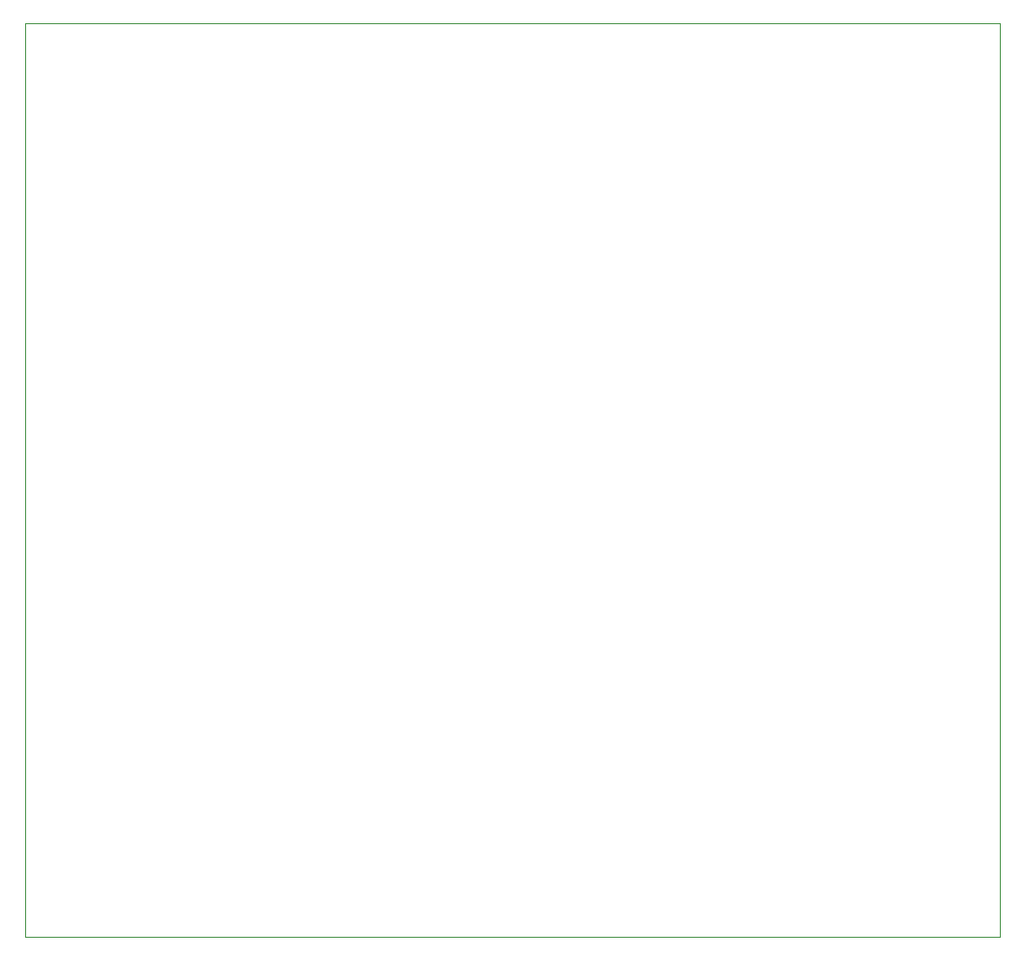
<source format=gbr>
G04 #@! TF.GenerationSoftware,KiCad,Pcbnew,(5.1.5)-3*
G04 #@! TF.CreationDate,2020-03-14T12:37:39-04:00*
G04 #@! TF.ProjectId,CB3,4342332e-6b69-4636-9164-5f7063625858,rev?*
G04 #@! TF.SameCoordinates,Original*
G04 #@! TF.FileFunction,Profile,NP*
%FSLAX46Y46*%
G04 Gerber Fmt 4.6, Leading zero omitted, Abs format (unit mm)*
G04 Created by KiCad (PCBNEW (5.1.5)-3) date 2020-03-14 12:37:39*
%MOMM*%
%LPD*%
G04 APERTURE LIST*
%ADD10C,0.100000*%
G04 APERTURE END LIST*
D10*
X73660000Y-118110000D02*
X159004000Y-118110000D01*
X73660000Y-118110000D02*
X73660000Y-38100000D01*
X159004000Y-38100000D02*
X159004000Y-118110000D01*
X73660000Y-38100000D02*
X159004000Y-38100000D01*
M02*

</source>
